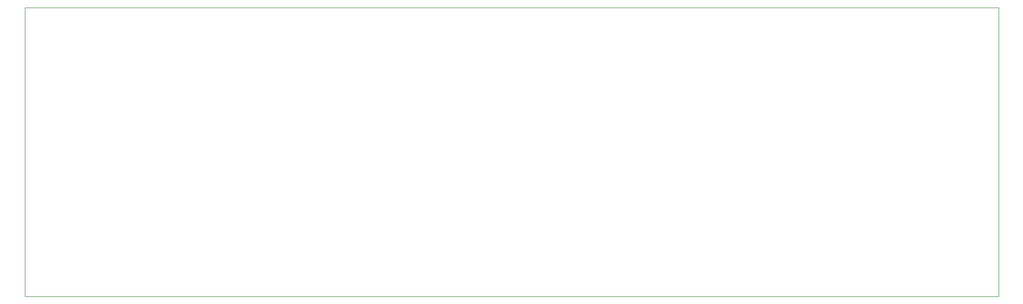
<source format=gbr>
G04 #@! TF.GenerationSoftware,KiCad,Pcbnew,7.0.0-da2b9df05c~171~ubuntu22.04.1*
G04 #@! TF.CreationDate,2023-04-03T14:13:22+02:00*
G04 #@! TF.ProjectId,pcb_esp32_wled_pwm_multichannel,7063625f-6573-4703-9332-5f776c65645f,rev?*
G04 #@! TF.SameCoordinates,Original*
G04 #@! TF.FileFunction,Profile,NP*
%FSLAX46Y46*%
G04 Gerber Fmt 4.6, Leading zero omitted, Abs format (unit mm)*
G04 Created by KiCad (PCBNEW 7.0.0-da2b9df05c~171~ubuntu22.04.1) date 2023-04-03 14:13:22*
%MOMM*%
%LPD*%
G01*
G04 APERTURE LIST*
G04 #@! TA.AperFunction,Profile*
%ADD10C,0.100000*%
G04 #@! TD*
G04 APERTURE END LIST*
D10*
X9652000Y-37465000D02*
X172212000Y-37465000D01*
X172212000Y-37465000D02*
X172212000Y-85725000D01*
X172212000Y-85725000D02*
X9652000Y-85725000D01*
X9652000Y-85725000D02*
X9652000Y-37465000D01*
M02*

</source>
